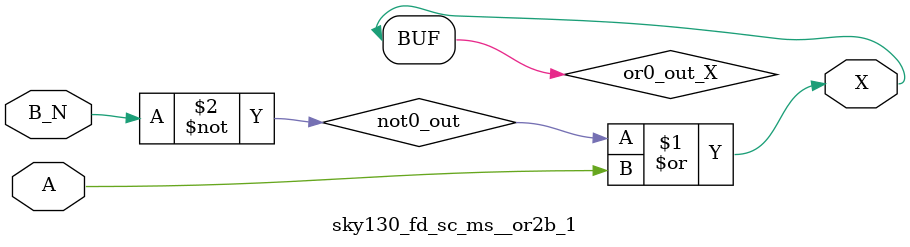
<source format=v>
/*
 * Copyright 2020 The SkyWater PDK Authors
 *
 * Licensed under the Apache License, Version 2.0 (the "License");
 * you may not use this file except in compliance with the License.
 * You may obtain a copy of the License at
 *
 *     https://www.apache.org/licenses/LICENSE-2.0
 *
 * Unless required by applicable law or agreed to in writing, software
 * distributed under the License is distributed on an "AS IS" BASIS,
 * WITHOUT WARRANTIES OR CONDITIONS OF ANY KIND, either express or implied.
 * See the License for the specific language governing permissions and
 * limitations under the License.
 *
 * SPDX-License-Identifier: Apache-2.0
*/


`ifndef SKY130_FD_SC_MS__OR2B_1_FUNCTIONAL_V
`define SKY130_FD_SC_MS__OR2B_1_FUNCTIONAL_V

/**
 * or2b: 2-input OR, first input inverted.
 *
 * Verilog simulation functional model.
 */

`timescale 1ns / 1ps
`default_nettype none

`celldefine
module sky130_fd_sc_ms__or2b_1 (
    X  ,
    A  ,
    B_N
);

    // Module ports
    output X  ;
    input  A  ;
    input  B_N;

    // Local signals
    wire not0_out ;
    wire or0_out_X;

    //  Name  Output     Other arguments
    not not0 (not0_out , B_N            );
    or  or0  (or0_out_X, not0_out, A    );
    buf buf0 (X        , or0_out_X      );

endmodule
`endcelldefine

`default_nettype wire
`endif  // SKY130_FD_SC_MS__OR2B_1_FUNCTIONAL_V

</source>
